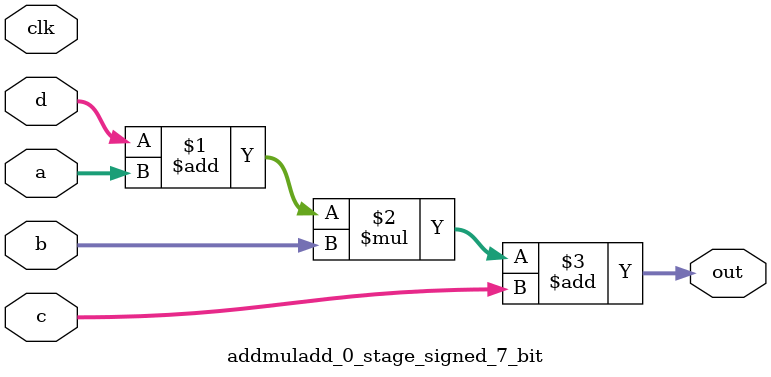
<source format=sv>
(* use_dsp = "yes" *) module addmuladd_0_stage_signed_7_bit(
	input signed [6:0] a,
	input signed [6:0] b,
	input signed [6:0] c,
	input signed [6:0] d,
	output [6:0] out,
	input clk);

	assign out = ((d + a) * b) + c;
endmodule

</source>
